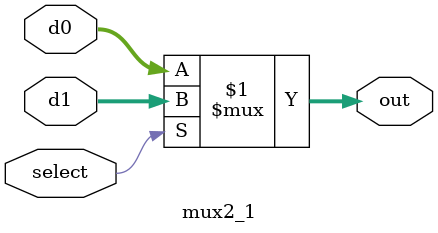
<source format=v>
`timescale 1ns / 1ps


module mux2_1(
    input [1:0] d0,
    input [1:0] d1,
    input [0:0] select,
    output [1:0] out
    );
    
    assign out=select?d1:d0;
endmodule


</source>
